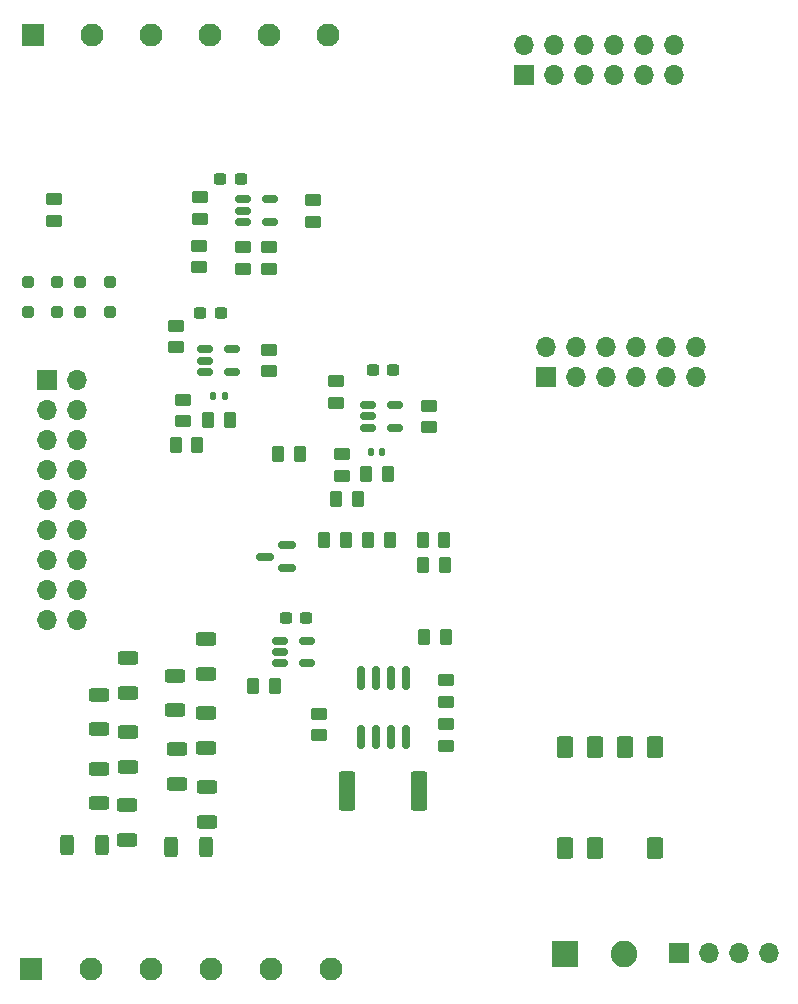
<source format=gts>
G04 #@! TF.GenerationSoftware,KiCad,Pcbnew,8.0.8*
G04 #@! TF.CreationDate,2025-02-19T14:34:16-05:00*
G04 #@! TF.ProjectId,afe_230v_16a,6166655f-3233-4307-965f-3136612e6b69,rev?*
G04 #@! TF.SameCoordinates,Original*
G04 #@! TF.FileFunction,Soldermask,Top*
G04 #@! TF.FilePolarity,Negative*
%FSLAX46Y46*%
G04 Gerber Fmt 4.6, Leading zero omitted, Abs format (unit mm)*
G04 Created by KiCad (PCBNEW 8.0.8) date 2025-02-19 14:34:16*
%MOMM*%
%LPD*%
G01*
G04 APERTURE LIST*
G04 Aperture macros list*
%AMRoundRect*
0 Rectangle with rounded corners*
0 $1 Rounding radius*
0 $2 $3 $4 $5 $6 $7 $8 $9 X,Y pos of 4 corners*
0 Add a 4 corners polygon primitive as box body*
4,1,4,$2,$3,$4,$5,$6,$7,$8,$9,$2,$3,0*
0 Add four circle primitives for the rounded corners*
1,1,$1+$1,$2,$3*
1,1,$1+$1,$4,$5*
1,1,$1+$1,$6,$7*
1,1,$1+$1,$8,$9*
0 Add four rect primitives between the rounded corners*
20,1,$1+$1,$2,$3,$4,$5,0*
20,1,$1+$1,$4,$5,$6,$7,0*
20,1,$1+$1,$6,$7,$8,$9,0*
20,1,$1+$1,$8,$9,$2,$3,0*%
G04 Aperture macros list end*
%ADD10RoundRect,0.250000X-0.450000X0.262500X-0.450000X-0.262500X0.450000X-0.262500X0.450000X0.262500X0*%
%ADD11RoundRect,0.250000X0.625000X-0.312500X0.625000X0.312500X-0.625000X0.312500X-0.625000X-0.312500X0*%
%ADD12RoundRect,0.250000X0.450000X-0.262500X0.450000X0.262500X-0.450000X0.262500X-0.450000X-0.262500X0*%
%ADD13RoundRect,0.250000X0.250000X0.250000X-0.250000X0.250000X-0.250000X-0.250000X0.250000X-0.250000X0*%
%ADD14RoundRect,0.140000X-0.140000X-0.170000X0.140000X-0.170000X0.140000X0.170000X-0.140000X0.170000X0*%
%ADD15RoundRect,0.250000X0.262500X0.450000X-0.262500X0.450000X-0.262500X-0.450000X0.262500X-0.450000X0*%
%ADD16RoundRect,0.237500X0.300000X0.237500X-0.300000X0.237500X-0.300000X-0.237500X0.300000X-0.237500X0*%
%ADD17R,1.950000X1.950000*%
%ADD18C,1.950000*%
%ADD19R,1.700000X1.700000*%
%ADD20O,1.700000X1.700000*%
%ADD21RoundRect,0.150000X0.587500X0.150000X-0.587500X0.150000X-0.587500X-0.150000X0.587500X-0.150000X0*%
%ADD22RoundRect,0.150000X-0.512500X-0.150000X0.512500X-0.150000X0.512500X0.150000X-0.512500X0.150000X0*%
%ADD23RoundRect,0.150000X0.150000X-0.825000X0.150000X0.825000X-0.150000X0.825000X-0.150000X-0.825000X0*%
%ADD24RoundRect,0.250000X-0.262500X-0.450000X0.262500X-0.450000X0.262500X0.450000X-0.262500X0.450000X0*%
%ADD25RoundRect,0.249999X-0.450001X0.675001X-0.450001X-0.675001X0.450001X-0.675001X0.450001X0.675001X0*%
%ADD26RoundRect,0.250000X-0.250000X-0.250000X0.250000X-0.250000X0.250000X0.250000X-0.250000X0.250000X0*%
%ADD27R,2.250000X2.250000*%
%ADD28C,2.250000*%
%ADD29RoundRect,0.249999X-0.450001X-1.425001X0.450001X-1.425001X0.450001X1.425001X-0.450001X1.425001X0*%
%ADD30RoundRect,0.250000X-0.312500X-0.625000X0.312500X-0.625000X0.312500X0.625000X-0.312500X0.625000X0*%
G04 APERTURE END LIST*
D10*
X123160000Y-69145000D03*
X123160000Y-70970000D03*
D11*
X135990000Y-115610000D03*
X135990000Y-112685000D03*
X129310000Y-123400000D03*
X129310000Y-120475000D03*
D12*
X145550000Y-114525000D03*
X145550000Y-112700000D03*
D10*
X135450000Y-73087500D03*
X135450000Y-74912500D03*
D12*
X134039318Y-87962500D03*
X134039318Y-86137500D03*
X133439318Y-81687500D03*
X133439318Y-79862500D03*
D13*
X127850000Y-78675000D03*
X125350000Y-78675000D03*
D14*
X136629318Y-85837500D03*
X137589318Y-85837500D03*
D15*
X156225000Y-100100000D03*
X154400000Y-100100000D03*
D12*
X147532500Y-92550000D03*
X147532500Y-90725000D03*
D16*
X138930000Y-67450000D03*
X137205000Y-67450000D03*
D17*
X121340000Y-55265000D03*
D18*
X126340000Y-55265000D03*
X131340000Y-55265000D03*
X136340000Y-55265000D03*
X141340000Y-55265000D03*
X146340000Y-55265000D03*
D19*
X176040000Y-132970000D03*
D20*
X178580000Y-132970000D03*
X181120000Y-132970000D03*
X183660000Y-132970000D03*
D12*
X145075000Y-71050000D03*
X145075000Y-69225000D03*
D16*
X144490000Y-104640000D03*
X142765000Y-104640000D03*
D12*
X139150000Y-75037500D03*
X139150000Y-73212500D03*
D16*
X151862500Y-83600000D03*
X150137500Y-83600000D03*
D21*
X142890000Y-100370000D03*
X142890000Y-98470000D03*
X141015000Y-99420000D03*
D22*
X139112500Y-69162500D03*
X139112500Y-70112500D03*
X139112500Y-71062500D03*
X141387500Y-71062500D03*
X141387500Y-69162500D03*
D10*
X156305000Y-113600000D03*
X156305000Y-115425000D03*
D16*
X137242500Y-78750000D03*
X135517500Y-78750000D03*
D11*
X129360000Y-117200000D03*
X129360000Y-114275000D03*
D23*
X149135000Y-114665000D03*
X150405000Y-114665000D03*
X151675000Y-114665000D03*
X152945000Y-114665000D03*
X152945000Y-109715000D03*
X151675000Y-109715000D03*
X150405000Y-109715000D03*
X149135000Y-109715000D03*
D19*
X162920000Y-58675000D03*
D20*
X162920000Y-56135000D03*
X165460000Y-58675000D03*
X165460000Y-56135000D03*
X168000000Y-58675000D03*
X168000000Y-56135000D03*
X170540000Y-58675000D03*
X170540000Y-56135000D03*
X173080000Y-58675000D03*
X173080000Y-56135000D03*
X175620000Y-58675000D03*
X175620000Y-56135000D03*
D15*
X141802500Y-110350000D03*
X139977500Y-110350000D03*
D10*
X135475000Y-68992500D03*
X135475000Y-70817500D03*
X141314318Y-81900000D03*
X141314318Y-83725000D03*
X154882500Y-86625000D03*
X154882500Y-88450000D03*
D24*
X142095000Y-90750000D03*
X143920000Y-90750000D03*
D25*
X174010000Y-115492500D03*
X171470000Y-115492500D03*
X168930000Y-115492500D03*
X166390000Y-115492500D03*
X166390000Y-124092500D03*
X168930000Y-124092500D03*
X174010000Y-124092500D03*
D26*
X120925000Y-78675000D03*
X123425000Y-78675000D03*
D11*
X133550000Y-118650000D03*
X133550000Y-115725000D03*
D15*
X156187500Y-97975000D03*
X154362500Y-97975000D03*
D24*
X147020000Y-94525000D03*
X148845000Y-94525000D03*
D12*
X156305000Y-111700000D03*
X156305000Y-109875000D03*
D11*
X135990000Y-109340000D03*
X135990000Y-106415000D03*
D19*
X164800000Y-84190000D03*
D20*
X164800000Y-81650000D03*
X167340000Y-84190000D03*
X167340000Y-81650000D03*
X169880000Y-84190000D03*
X169880000Y-81650000D03*
X172420000Y-84190000D03*
X172420000Y-81650000D03*
X174960000Y-84190000D03*
X174960000Y-81650000D03*
X177500000Y-84190000D03*
X177500000Y-81650000D03*
D26*
X120900000Y-76175000D03*
X123400000Y-76175000D03*
D15*
X138032500Y-87812500D03*
X136207500Y-87812500D03*
D27*
X166420000Y-133080000D03*
D28*
X171420000Y-133080000D03*
D24*
X133457500Y-89987500D03*
X135282500Y-89987500D03*
D22*
X149745000Y-86587500D03*
X149745000Y-87537500D03*
X149745000Y-88487500D03*
X152020000Y-88487500D03*
X152020000Y-86587500D03*
D15*
X147825000Y-97975000D03*
X146000000Y-97975000D03*
D17*
X121145000Y-134290000D03*
D18*
X126225000Y-134290000D03*
X131305000Y-134290000D03*
X136385000Y-134290000D03*
X141465000Y-134290000D03*
X146545000Y-134290000D03*
D15*
X156312500Y-106250000D03*
X154487500Y-106250000D03*
D29*
X147950000Y-119280000D03*
X154050000Y-119280000D03*
D11*
X133370000Y-112420000D03*
X133370000Y-109495000D03*
D12*
X147032500Y-86375000D03*
X147032500Y-84550000D03*
D11*
X136060000Y-121840000D03*
X136060000Y-118915000D03*
D19*
X122580000Y-84490000D03*
D20*
X125120000Y-84490000D03*
X122580000Y-87030000D03*
X125120000Y-87030000D03*
X122580000Y-89570000D03*
X125120000Y-89570000D03*
X122580000Y-92110000D03*
X125120000Y-92110000D03*
X122580000Y-94650000D03*
X125120000Y-94650000D03*
X122580000Y-97190000D03*
X125120000Y-97190000D03*
X122580000Y-99730000D03*
X125120000Y-99730000D03*
X122580000Y-102270000D03*
X125120000Y-102270000D03*
X122580000Y-104810000D03*
X125120000Y-104810000D03*
D22*
X142242500Y-106520000D03*
X142242500Y-107470000D03*
X142242500Y-108420000D03*
X144517500Y-108420000D03*
X144517500Y-106520000D03*
D14*
X149940000Y-90525000D03*
X150900000Y-90525000D03*
D15*
X151575000Y-97975000D03*
X149750000Y-97975000D03*
D12*
X141375000Y-75037500D03*
X141375000Y-73212500D03*
D11*
X129390000Y-110920000D03*
X129390000Y-107995000D03*
D13*
X127875000Y-76175000D03*
X125375000Y-76175000D03*
D22*
X135939318Y-81862500D03*
X135939318Y-82812500D03*
X135939318Y-83762500D03*
X138214318Y-83762500D03*
X138214318Y-81862500D03*
D30*
X133055000Y-124015000D03*
X135980000Y-124015000D03*
D11*
X126920000Y-114047500D03*
X126920000Y-111122500D03*
D15*
X151407500Y-92375000D03*
X149582500Y-92375000D03*
D30*
X124247500Y-123865000D03*
X127172500Y-123865000D03*
D11*
X126920000Y-120310000D03*
X126920000Y-117385000D03*
M02*

</source>
